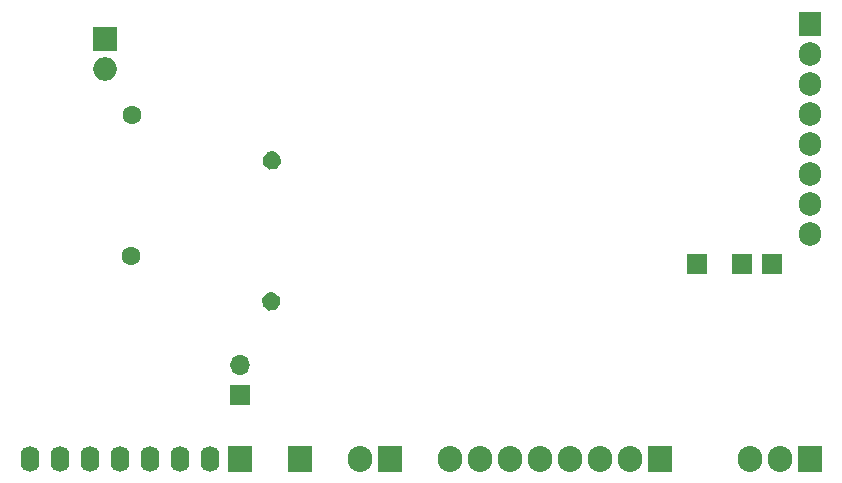
<source format=gbr>
%TF.GenerationSoftware,KiCad,Pcbnew,(5.1.8)-1*%
%TF.CreationDate,2025-01-07T13:33:42+03:00*%
%TF.ProjectId,Reg,5265672e-6b69-4636-9164-5f7063625858,rev?*%
%TF.SameCoordinates,Original*%
%TF.FileFunction,Soldermask,Bot*%
%TF.FilePolarity,Negative*%
%FSLAX46Y46*%
G04 Gerber Fmt 4.6, Leading zero omitted, Abs format (unit mm)*
G04 Created by KiCad (PCBNEW (5.1.8)-1) date 2025-01-07 13:33:42*
%MOMM*%
%LPD*%
G01*
G04 APERTURE LIST*
%ADD10O,1.900000X2.000000*%
%ADD11R,1.900000X2.000000*%
%ADD12R,1.700000X1.700000*%
%ADD13C,1.600000*%
%ADD14R,2.100000X2.200000*%
%ADD15O,1.600000X2.200000*%
%ADD16O,2.100000X2.200000*%
%ADD17O,2.000000X2.000000*%
%ADD18R,2.000000X2.000000*%
%ADD19O,1.700000X1.700000*%
G04 APERTURE END LIST*
D10*
%TO.C,J11*%
X119380000Y-34290000D03*
X119380000Y-31750000D03*
X119380000Y-29210000D03*
X119380000Y-26670000D03*
X119380000Y-24130000D03*
X119380000Y-21590000D03*
X119380000Y-19050000D03*
D11*
X119380000Y-16510000D03*
%TD*%
D12*
%TO.C,J10*%
X113665000Y-36830000D03*
%TD*%
%TO.C,J9*%
X109855000Y-36830000D03*
%TD*%
%TO.C,J8*%
X116205000Y-36830000D03*
%TD*%
%TO.C,C3*%
G36*
G01*
X73039861Y-39810498D02*
X73039861Y-39810498D01*
G75*
G02*
X74047920Y-39296867I760845J-247214D01*
G01*
X74047920Y-39296867D01*
G75*
G02*
X74561551Y-40304926I-247214J-760845D01*
G01*
X74561551Y-40304926D01*
G75*
G02*
X73553492Y-40818557I-760845J247214D01*
G01*
X73553492Y-40818557D01*
G75*
G02*
X73039861Y-39810498I247214J760845D01*
G01*
G37*
D13*
X61912500Y-36195000D03*
%TD*%
%TO.C,C1*%
G36*
G01*
X73103361Y-27872498D02*
X73103361Y-27872498D01*
G75*
G02*
X74111420Y-27358867I760845J-247214D01*
G01*
X74111420Y-27358867D01*
G75*
G02*
X74625051Y-28366926I-247214J-760845D01*
G01*
X74625051Y-28366926D01*
G75*
G02*
X73616992Y-28880557I-760845J247214D01*
G01*
X73616992Y-28880557D01*
G75*
G02*
X73103361Y-27872498I247214J760845D01*
G01*
G37*
X61976000Y-24257000D03*
%TD*%
D14*
%TO.C,J1*%
X71120000Y-53340000D03*
D15*
X68580000Y-53340000D03*
X66040000Y-53340000D03*
X63500000Y-53340000D03*
X60960000Y-53340000D03*
X58420000Y-53340000D03*
X55880000Y-53340000D03*
X53340000Y-53340000D03*
%TD*%
D16*
%TO.C,J2*%
X88900000Y-53340000D03*
X91440000Y-53340000D03*
X93980000Y-53340000D03*
X96520000Y-53340000D03*
X99060000Y-53340000D03*
X101600000Y-53340000D03*
X104140000Y-53340000D03*
D14*
X106680000Y-53340000D03*
%TD*%
%TO.C,J3*%
X83820000Y-53340000D03*
D16*
X81280000Y-53340000D03*
%TD*%
D14*
%TO.C,J4*%
X119380000Y-53340000D03*
D16*
X116840000Y-53340000D03*
X114300000Y-53340000D03*
%TD*%
D17*
%TO.C,J5*%
X59690000Y-20320000D03*
D18*
X59690000Y-17780000D03*
%TD*%
D12*
%TO.C,J6*%
X71120000Y-47942500D03*
D19*
X71120000Y-45402500D03*
%TD*%
D14*
%TO.C,J7*%
X76200000Y-53340000D03*
%TD*%
M02*

</source>
